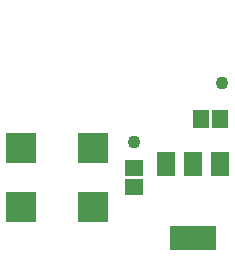
<source format=gbs>
G04*
G04 #@! TF.GenerationSoftware,Altium Limited,Altium Designer,22.10.1 (41)*
G04*
G04 Layer_Color=16711935*
%FSLAX25Y25*%
%MOIN*%
G70*
G04*
G04 #@! TF.SameCoordinates,E8527AC8-6374-4482-B45D-AD16E201B1AE*
G04*
G04*
G04 #@! TF.FilePolarity,Negative*
G04*
G01*
G75*
%ADD13R,0.05512X0.05906*%
%ADD19C,0.04331*%
%ADD23R,0.00394X0.00394*%
%ADD44R,0.05906X0.05512*%
%ADD45R,0.10433X0.10039*%
%ADD46R,0.06299X0.08268*%
%ADD47R,0.15354X0.08268*%
D13*
X233071Y161417D02*
D03*
X239370D02*
D03*
D19*
X240158Y173228D02*
D03*
X210630Y153543D02*
D03*
D23*
X176850Y198622D02*
D03*
Y176969D02*
D03*
D44*
X210630Y138583D02*
D03*
Y144882D02*
D03*
D45*
X196949Y151575D02*
D03*
X173130D02*
D03*
X196949Y131890D02*
D03*
X173130D02*
D03*
D46*
X221260Y146260D02*
D03*
X230315D02*
D03*
X239370D02*
D03*
D47*
X230315Y121457D02*
D03*
M02*

</source>
